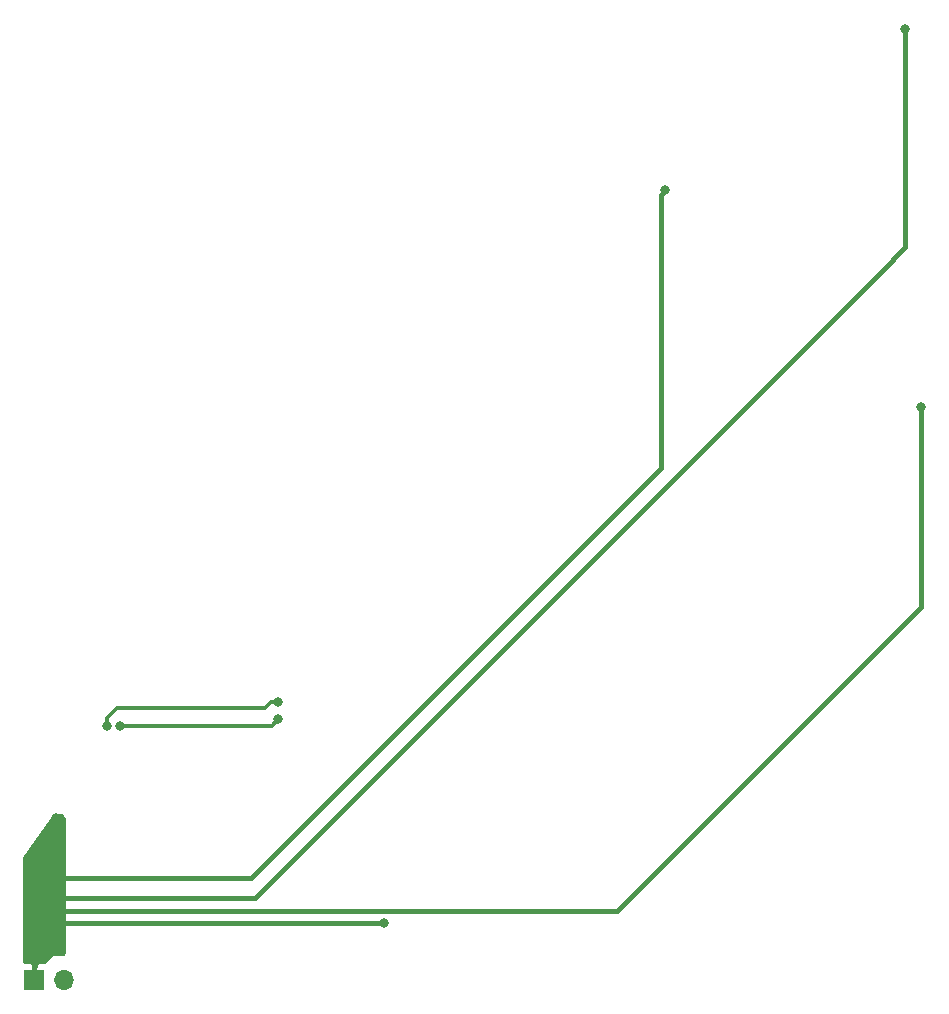
<source format=gbl>
G04 #@! TF.GenerationSoftware,KiCad,Pcbnew,(5.1.0)-1*
G04 #@! TF.CreationDate,2020-06-13T17:29:39-05:00*
G04 #@! TF.ProjectId,prod,70726f64-2e6b-4696-9361-645f70636258,1*
G04 #@! TF.SameCoordinates,Original*
G04 #@! TF.FileFunction,Copper,L2,Bot*
G04 #@! TF.FilePolarity,Positive*
%FSLAX46Y46*%
G04 Gerber Fmt 4.6, Leading zero omitted, Abs format (unit mm)*
G04 Created by KiCad (PCBNEW (5.1.0)-1) date 2020-06-13 17:29:39*
%MOMM*%
%LPD*%
G04 APERTURE LIST*
%ADD10O,1.700000X1.700000*%
%ADD11R,1.700000X1.700000*%
%ADD12C,0.800000*%
%ADD13C,0.400000*%
%ADD14C,0.300000*%
%ADD15C,0.254000*%
G04 APERTURE END LIST*
D10*
X82540000Y-140600000D03*
D11*
X80000000Y-140600000D03*
D12*
X155100000Y-92100000D03*
X109600000Y-135750000D03*
X81800000Y-126900000D03*
X153750000Y-60100000D03*
X133417269Y-73767269D03*
X87250000Y-119100000D03*
X100650000Y-118550000D03*
X86150000Y-119150000D03*
X100600000Y-117050000D03*
D13*
X80000000Y-129700000D02*
X81800000Y-126900000D01*
X80000000Y-138100000D02*
X80000000Y-140600000D01*
X80150000Y-135750000D02*
X80000000Y-135600000D01*
X109600000Y-135750000D02*
X80150000Y-135750000D01*
X80000000Y-138100000D02*
X80000000Y-135600000D01*
X155100000Y-92100000D02*
X155100000Y-109000000D01*
X129300000Y-134800000D02*
X80000000Y-134800000D01*
X155100000Y-109000000D02*
X129300000Y-134800000D01*
X80000000Y-135600000D02*
X80000000Y-134800000D01*
X98640000Y-133700000D02*
X80000000Y-133700000D01*
X80000000Y-134800000D02*
X80000000Y-133700000D01*
X153750000Y-78590000D02*
X151670000Y-80670000D01*
X153750000Y-60100000D02*
X153750000Y-78590000D01*
X152100000Y-80240000D02*
X151670000Y-80670000D01*
X151670000Y-80670000D02*
X98640000Y-133700000D01*
X133017270Y-74167268D02*
X133017270Y-97232730D01*
X133417269Y-73767269D02*
X133017270Y-74167268D01*
X98300000Y-131950000D02*
X80000000Y-131950000D01*
X133017270Y-97232730D02*
X98300000Y-131950000D01*
X80000000Y-133700000D02*
X80000000Y-131950000D01*
X80000000Y-131950000D02*
X80000000Y-129700000D01*
D14*
X100100000Y-119100000D02*
X87250000Y-119100000D01*
X100650000Y-118550000D02*
X100100000Y-119100000D01*
X86150000Y-118450000D02*
X86150000Y-119150000D01*
X87000000Y-117600000D02*
X86150000Y-118450000D01*
X99484315Y-117600000D02*
X87000000Y-117600000D01*
X100600000Y-117050000D02*
X100034315Y-117050000D01*
X100034315Y-117050000D02*
X99484315Y-117600000D01*
D15*
G36*
X82348770Y-126678376D02*
G01*
X82377281Y-126706887D01*
X82455233Y-126844564D01*
X82500649Y-127026233D01*
X82523000Y-127207785D01*
X82523000Y-138266542D01*
X82470220Y-138359762D01*
X82435213Y-138380766D01*
X82282735Y-138423000D01*
X81650000Y-138423000D01*
X81625224Y-138425440D01*
X81604204Y-138431544D01*
X81430210Y-138498811D01*
X81407981Y-138510022D01*
X81390576Y-138523295D01*
X80988564Y-138888761D01*
X80971873Y-138907233D01*
X80957851Y-138931355D01*
X80883857Y-139098622D01*
X80878546Y-139114739D01*
X80850000Y-139111928D01*
X80285750Y-139115000D01*
X80127000Y-139273750D01*
X80127000Y-139473000D01*
X79873000Y-139473000D01*
X79873000Y-139273750D01*
X79714250Y-139115000D01*
X79150000Y-139111928D01*
X79127000Y-139114193D01*
X79127000Y-130269764D01*
X79172889Y-130125887D01*
X81492564Y-126859408D01*
X81608199Y-126722524D01*
X81741405Y-126651234D01*
X81770695Y-126645376D01*
X81956274Y-126627000D01*
X82224737Y-126627000D01*
X82348770Y-126678376D01*
X82348770Y-126678376D01*
G37*
X82348770Y-126678376D02*
X82377281Y-126706887D01*
X82455233Y-126844564D01*
X82500649Y-127026233D01*
X82523000Y-127207785D01*
X82523000Y-138266542D01*
X82470220Y-138359762D01*
X82435213Y-138380766D01*
X82282735Y-138423000D01*
X81650000Y-138423000D01*
X81625224Y-138425440D01*
X81604204Y-138431544D01*
X81430210Y-138498811D01*
X81407981Y-138510022D01*
X81390576Y-138523295D01*
X80988564Y-138888761D01*
X80971873Y-138907233D01*
X80957851Y-138931355D01*
X80883857Y-139098622D01*
X80878546Y-139114739D01*
X80850000Y-139111928D01*
X80285750Y-139115000D01*
X80127000Y-139273750D01*
X80127000Y-139473000D01*
X79873000Y-139473000D01*
X79873000Y-139273750D01*
X79714250Y-139115000D01*
X79150000Y-139111928D01*
X79127000Y-139114193D01*
X79127000Y-130269764D01*
X79172889Y-130125887D01*
X81492564Y-126859408D01*
X81608199Y-126722524D01*
X81741405Y-126651234D01*
X81770695Y-126645376D01*
X81956274Y-126627000D01*
X82224737Y-126627000D01*
X82348770Y-126678376D01*
M02*

</source>
